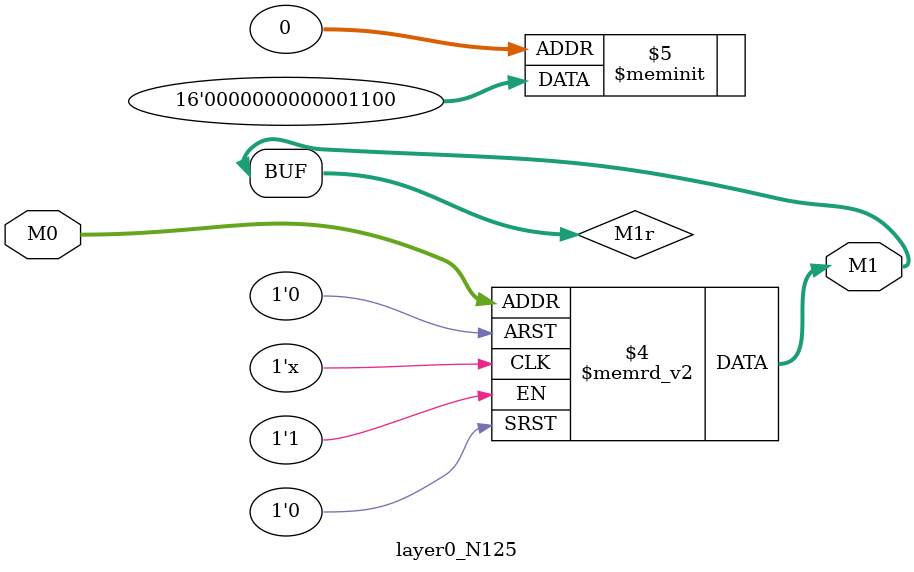
<source format=v>
module layer0_N125 ( input [2:0] M0, output [1:0] M1 );

	(*rom_style = "distributed" *) reg [1:0] M1r;
	assign M1 = M1r;
	always @ (M0) begin
		case (M0)
			3'b000: M1r = 2'b00;
			3'b100: M1r = 2'b00;
			3'b010: M1r = 2'b00;
			3'b110: M1r = 2'b00;
			3'b001: M1r = 2'b11;
			3'b101: M1r = 2'b00;
			3'b011: M1r = 2'b00;
			3'b111: M1r = 2'b00;

		endcase
	end
endmodule

</source>
